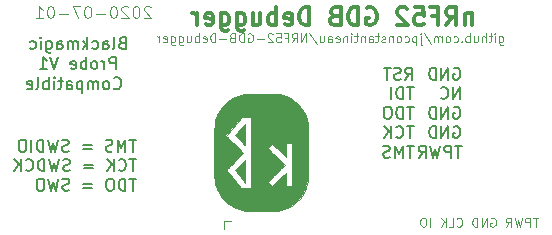
<source format=gbr>
G04 #@! TF.GenerationSoftware,KiCad,Pcbnew,(5.0.0)*
G04 #@! TF.CreationDate,2020-11-29T08:45:12-06:00*
G04 #@! TF.ProjectId,bmp,626D702E6B696361645F706362000000,rev?*
G04 #@! TF.SameCoordinates,Original*
G04 #@! TF.FileFunction,Legend,Bot*
G04 #@! TF.FilePolarity,Positive*
%FSLAX46Y46*%
G04 Gerber Fmt 4.6, Leading zero omitted, Abs format (unit mm)*
G04 Created by KiCad (PCBNEW (5.0.0)) date 11/29/20 08:45:12*
%MOMM*%
%LPD*%
G01*
G04 APERTURE LIST*
%ADD10C,0.100000*%
%ADD11C,0.200000*%
%ADD12C,0.150000*%
%ADD13C,0.300000*%
%ADD14C,0.120000*%
%ADD15C,0.010000*%
G04 APERTURE END LIST*
D10*
X67117714Y-28795285D02*
X67117714Y-29402428D01*
X67153428Y-29473857D01*
X67189142Y-29509571D01*
X67260571Y-29545285D01*
X67367714Y-29545285D01*
X67439142Y-29509571D01*
X67117714Y-29259571D02*
X67189142Y-29295285D01*
X67332000Y-29295285D01*
X67403428Y-29259571D01*
X67439142Y-29223857D01*
X67474857Y-29152428D01*
X67474857Y-28938142D01*
X67439142Y-28866714D01*
X67403428Y-28831000D01*
X67332000Y-28795285D01*
X67189142Y-28795285D01*
X67117714Y-28831000D01*
X66760571Y-29295285D02*
X66760571Y-28795285D01*
X66760571Y-28545285D02*
X66796285Y-28581000D01*
X66760571Y-28616714D01*
X66724857Y-28581000D01*
X66760571Y-28545285D01*
X66760571Y-28616714D01*
X66510571Y-28795285D02*
X66224857Y-28795285D01*
X66403428Y-28545285D02*
X66403428Y-29188142D01*
X66367714Y-29259571D01*
X66296285Y-29295285D01*
X66224857Y-29295285D01*
X65974857Y-29295285D02*
X65974857Y-28545285D01*
X65653428Y-29295285D02*
X65653428Y-28902428D01*
X65689142Y-28831000D01*
X65760571Y-28795285D01*
X65867714Y-28795285D01*
X65939142Y-28831000D01*
X65974857Y-28866714D01*
X64974857Y-28795285D02*
X64974857Y-29295285D01*
X65296285Y-28795285D02*
X65296285Y-29188142D01*
X65260571Y-29259571D01*
X65189142Y-29295285D01*
X65082000Y-29295285D01*
X65010571Y-29259571D01*
X64974857Y-29223857D01*
X64617714Y-29295285D02*
X64617714Y-28545285D01*
X64617714Y-28831000D02*
X64546285Y-28795285D01*
X64403428Y-28795285D01*
X64332000Y-28831000D01*
X64296285Y-28866714D01*
X64260571Y-28938142D01*
X64260571Y-29152428D01*
X64296285Y-29223857D01*
X64332000Y-29259571D01*
X64403428Y-29295285D01*
X64546285Y-29295285D01*
X64617714Y-29259571D01*
X63939142Y-29223857D02*
X63903428Y-29259571D01*
X63939142Y-29295285D01*
X63974857Y-29259571D01*
X63939142Y-29223857D01*
X63939142Y-29295285D01*
X63260571Y-29259571D02*
X63332000Y-29295285D01*
X63474857Y-29295285D01*
X63546285Y-29259571D01*
X63582000Y-29223857D01*
X63617714Y-29152428D01*
X63617714Y-28938142D01*
X63582000Y-28866714D01*
X63546285Y-28831000D01*
X63474857Y-28795285D01*
X63332000Y-28795285D01*
X63260571Y-28831000D01*
X62832000Y-29295285D02*
X62903428Y-29259571D01*
X62939142Y-29223857D01*
X62974857Y-29152428D01*
X62974857Y-28938142D01*
X62939142Y-28866714D01*
X62903428Y-28831000D01*
X62832000Y-28795285D01*
X62724857Y-28795285D01*
X62653428Y-28831000D01*
X62617714Y-28866714D01*
X62582000Y-28938142D01*
X62582000Y-29152428D01*
X62617714Y-29223857D01*
X62653428Y-29259571D01*
X62724857Y-29295285D01*
X62832000Y-29295285D01*
X62260571Y-29295285D02*
X62260571Y-28795285D01*
X62260571Y-28866714D02*
X62224857Y-28831000D01*
X62153428Y-28795285D01*
X62046285Y-28795285D01*
X61974857Y-28831000D01*
X61939142Y-28902428D01*
X61939142Y-29295285D01*
X61939142Y-28902428D02*
X61903428Y-28831000D01*
X61832000Y-28795285D01*
X61724857Y-28795285D01*
X61653428Y-28831000D01*
X61617714Y-28902428D01*
X61617714Y-29295285D01*
X60724857Y-28509571D02*
X61367714Y-29473857D01*
X60474857Y-28795285D02*
X60474857Y-29438142D01*
X60510571Y-29509571D01*
X60582000Y-29545285D01*
X60617714Y-29545285D01*
X60474857Y-28545285D02*
X60510571Y-28581000D01*
X60474857Y-28616714D01*
X60439142Y-28581000D01*
X60474857Y-28545285D01*
X60474857Y-28616714D01*
X60117714Y-28795285D02*
X60117714Y-29545285D01*
X60117714Y-28831000D02*
X60046285Y-28795285D01*
X59903428Y-28795285D01*
X59832000Y-28831000D01*
X59796285Y-28866714D01*
X59760571Y-28938142D01*
X59760571Y-29152428D01*
X59796285Y-29223857D01*
X59832000Y-29259571D01*
X59903428Y-29295285D01*
X60046285Y-29295285D01*
X60117714Y-29259571D01*
X59117714Y-29259571D02*
X59189142Y-29295285D01*
X59332000Y-29295285D01*
X59403428Y-29259571D01*
X59439142Y-29223857D01*
X59474857Y-29152428D01*
X59474857Y-28938142D01*
X59439142Y-28866714D01*
X59403428Y-28831000D01*
X59332000Y-28795285D01*
X59189142Y-28795285D01*
X59117714Y-28831000D01*
X58689142Y-29295285D02*
X58760571Y-29259571D01*
X58796285Y-29223857D01*
X58832000Y-29152428D01*
X58832000Y-28938142D01*
X58796285Y-28866714D01*
X58760571Y-28831000D01*
X58689142Y-28795285D01*
X58582000Y-28795285D01*
X58510571Y-28831000D01*
X58474857Y-28866714D01*
X58439142Y-28938142D01*
X58439142Y-29152428D01*
X58474857Y-29223857D01*
X58510571Y-29259571D01*
X58582000Y-29295285D01*
X58689142Y-29295285D01*
X58117714Y-28795285D02*
X58117714Y-29295285D01*
X58117714Y-28866714D02*
X58082000Y-28831000D01*
X58010571Y-28795285D01*
X57903428Y-28795285D01*
X57832000Y-28831000D01*
X57796285Y-28902428D01*
X57796285Y-29295285D01*
X57474857Y-29259571D02*
X57403428Y-29295285D01*
X57260571Y-29295285D01*
X57189142Y-29259571D01*
X57153428Y-29188142D01*
X57153428Y-29152428D01*
X57189142Y-29081000D01*
X57260571Y-29045285D01*
X57367714Y-29045285D01*
X57439142Y-29009571D01*
X57474857Y-28938142D01*
X57474857Y-28902428D01*
X57439142Y-28831000D01*
X57367714Y-28795285D01*
X57260571Y-28795285D01*
X57189142Y-28831000D01*
X56939142Y-28795285D02*
X56653428Y-28795285D01*
X56832000Y-28545285D02*
X56832000Y-29188142D01*
X56796285Y-29259571D01*
X56724857Y-29295285D01*
X56653428Y-29295285D01*
X56082000Y-29295285D02*
X56082000Y-28902428D01*
X56117714Y-28831000D01*
X56189142Y-28795285D01*
X56332000Y-28795285D01*
X56403428Y-28831000D01*
X56082000Y-29259571D02*
X56153428Y-29295285D01*
X56332000Y-29295285D01*
X56403428Y-29259571D01*
X56439142Y-29188142D01*
X56439142Y-29116714D01*
X56403428Y-29045285D01*
X56332000Y-29009571D01*
X56153428Y-29009571D01*
X56082000Y-28973857D01*
X55724857Y-28795285D02*
X55724857Y-29295285D01*
X55724857Y-28866714D02*
X55689142Y-28831000D01*
X55617714Y-28795285D01*
X55510571Y-28795285D01*
X55439142Y-28831000D01*
X55403428Y-28902428D01*
X55403428Y-29295285D01*
X55153428Y-28795285D02*
X54867714Y-28795285D01*
X55046285Y-28545285D02*
X55046285Y-29188142D01*
X55010571Y-29259571D01*
X54939142Y-29295285D01*
X54867714Y-29295285D01*
X54617714Y-29295285D02*
X54617714Y-28795285D01*
X54617714Y-28545285D02*
X54653428Y-28581000D01*
X54617714Y-28616714D01*
X54581999Y-28581000D01*
X54617714Y-28545285D01*
X54617714Y-28616714D01*
X54260571Y-28795285D02*
X54260571Y-29295285D01*
X54260571Y-28866714D02*
X54224857Y-28831000D01*
X54153428Y-28795285D01*
X54046285Y-28795285D01*
X53974857Y-28831000D01*
X53939142Y-28902428D01*
X53939142Y-29295285D01*
X53296285Y-29259571D02*
X53367714Y-29295285D01*
X53510571Y-29295285D01*
X53581999Y-29259571D01*
X53617714Y-29188142D01*
X53617714Y-28902428D01*
X53581999Y-28831000D01*
X53510571Y-28795285D01*
X53367714Y-28795285D01*
X53296285Y-28831000D01*
X53260571Y-28902428D01*
X53260571Y-28973857D01*
X53617714Y-29045285D01*
X52617714Y-29295285D02*
X52617714Y-28902428D01*
X52653428Y-28831000D01*
X52724857Y-28795285D01*
X52867714Y-28795285D01*
X52939142Y-28831000D01*
X52617714Y-29259571D02*
X52689142Y-29295285D01*
X52867714Y-29295285D01*
X52939142Y-29259571D01*
X52974857Y-29188142D01*
X52974857Y-29116714D01*
X52939142Y-29045285D01*
X52867714Y-29009571D01*
X52689142Y-29009571D01*
X52617714Y-28973857D01*
X51939142Y-28795285D02*
X51939142Y-29295285D01*
X52260571Y-28795285D02*
X52260571Y-29188142D01*
X52224857Y-29259571D01*
X52153428Y-29295285D01*
X52046285Y-29295285D01*
X51974857Y-29259571D01*
X51939142Y-29223857D01*
X51046285Y-28509571D02*
X51689142Y-29473857D01*
X50796285Y-29295285D02*
X50796285Y-28545285D01*
X50367714Y-29295285D01*
X50367714Y-28545285D01*
X49581999Y-29295285D02*
X49831999Y-28938142D01*
X50010571Y-29295285D02*
X50010571Y-28545285D01*
X49724857Y-28545285D01*
X49653428Y-28581000D01*
X49617714Y-28616714D01*
X49581999Y-28688142D01*
X49581999Y-28795285D01*
X49617714Y-28866714D01*
X49653428Y-28902428D01*
X49724857Y-28938142D01*
X50010571Y-28938142D01*
X49010571Y-28902428D02*
X49260571Y-28902428D01*
X49260571Y-29295285D02*
X49260571Y-28545285D01*
X48903428Y-28545285D01*
X48260571Y-28545285D02*
X48617714Y-28545285D01*
X48653428Y-28902428D01*
X48617714Y-28866714D01*
X48546285Y-28831000D01*
X48367714Y-28831000D01*
X48296285Y-28866714D01*
X48260571Y-28902428D01*
X48224857Y-28973857D01*
X48224857Y-29152428D01*
X48260571Y-29223857D01*
X48296285Y-29259571D01*
X48367714Y-29295285D01*
X48546285Y-29295285D01*
X48617714Y-29259571D01*
X48653428Y-29223857D01*
X47939142Y-28616714D02*
X47903428Y-28581000D01*
X47831999Y-28545285D01*
X47653428Y-28545285D01*
X47581999Y-28581000D01*
X47546285Y-28616714D01*
X47510571Y-28688142D01*
X47510571Y-28759571D01*
X47546285Y-28866714D01*
X47974857Y-29295285D01*
X47510571Y-29295285D01*
X47189142Y-29009571D02*
X46617714Y-29009571D01*
X45867714Y-28581000D02*
X45939142Y-28545285D01*
X46046285Y-28545285D01*
X46153428Y-28581000D01*
X46224857Y-28652428D01*
X46260571Y-28723857D01*
X46296285Y-28866714D01*
X46296285Y-28973857D01*
X46260571Y-29116714D01*
X46224857Y-29188142D01*
X46153428Y-29259571D01*
X46046285Y-29295285D01*
X45974857Y-29295285D01*
X45867714Y-29259571D01*
X45831999Y-29223857D01*
X45831999Y-28973857D01*
X45974857Y-28973857D01*
X45510571Y-29295285D02*
X45510571Y-28545285D01*
X45331999Y-28545285D01*
X45224857Y-28581000D01*
X45153428Y-28652428D01*
X45117714Y-28723857D01*
X45081999Y-28866714D01*
X45081999Y-28973857D01*
X45117714Y-29116714D01*
X45153428Y-29188142D01*
X45224857Y-29259571D01*
X45331999Y-29295285D01*
X45510571Y-29295285D01*
X44510571Y-28902428D02*
X44403428Y-28938142D01*
X44367714Y-28973857D01*
X44331999Y-29045285D01*
X44331999Y-29152428D01*
X44367714Y-29223857D01*
X44403428Y-29259571D01*
X44474857Y-29295285D01*
X44760571Y-29295285D01*
X44760571Y-28545285D01*
X44510571Y-28545285D01*
X44439142Y-28581000D01*
X44403428Y-28616714D01*
X44367714Y-28688142D01*
X44367714Y-28759571D01*
X44403428Y-28831000D01*
X44439142Y-28866714D01*
X44510571Y-28902428D01*
X44760571Y-28902428D01*
X44010571Y-29009571D02*
X43439142Y-29009571D01*
X43081999Y-29295285D02*
X43081999Y-28545285D01*
X42903428Y-28545285D01*
X42796285Y-28581000D01*
X42724857Y-28652428D01*
X42689142Y-28723857D01*
X42653428Y-28866714D01*
X42653428Y-28973857D01*
X42689142Y-29116714D01*
X42724857Y-29188142D01*
X42796285Y-29259571D01*
X42903428Y-29295285D01*
X43081999Y-29295285D01*
X42046285Y-29259571D02*
X42117714Y-29295285D01*
X42260571Y-29295285D01*
X42331999Y-29259571D01*
X42367714Y-29188142D01*
X42367714Y-28902428D01*
X42331999Y-28831000D01*
X42260571Y-28795285D01*
X42117714Y-28795285D01*
X42046285Y-28831000D01*
X42010571Y-28902428D01*
X42010571Y-28973857D01*
X42367714Y-29045285D01*
X41689142Y-29295285D02*
X41689142Y-28545285D01*
X41689142Y-28831000D02*
X41617714Y-28795285D01*
X41474857Y-28795285D01*
X41403428Y-28831000D01*
X41367714Y-28866714D01*
X41331999Y-28938142D01*
X41331999Y-29152428D01*
X41367714Y-29223857D01*
X41403428Y-29259571D01*
X41474857Y-29295285D01*
X41617714Y-29295285D01*
X41689142Y-29259571D01*
X40689142Y-28795285D02*
X40689142Y-29295285D01*
X41010571Y-28795285D02*
X41010571Y-29188142D01*
X40974857Y-29259571D01*
X40903428Y-29295285D01*
X40796285Y-29295285D01*
X40724857Y-29259571D01*
X40689142Y-29223857D01*
X40010571Y-28795285D02*
X40010571Y-29402428D01*
X40046285Y-29473857D01*
X40081999Y-29509571D01*
X40153428Y-29545285D01*
X40260571Y-29545285D01*
X40331999Y-29509571D01*
X40010571Y-29259571D02*
X40081999Y-29295285D01*
X40224857Y-29295285D01*
X40296285Y-29259571D01*
X40331999Y-29223857D01*
X40367714Y-29152428D01*
X40367714Y-28938142D01*
X40331999Y-28866714D01*
X40296285Y-28831000D01*
X40224857Y-28795285D01*
X40081999Y-28795285D01*
X40010571Y-28831000D01*
X39331999Y-28795285D02*
X39331999Y-29402428D01*
X39367714Y-29473857D01*
X39403428Y-29509571D01*
X39474857Y-29545285D01*
X39581999Y-29545285D01*
X39653428Y-29509571D01*
X39331999Y-29259571D02*
X39403428Y-29295285D01*
X39546285Y-29295285D01*
X39617714Y-29259571D01*
X39653428Y-29223857D01*
X39689142Y-29152428D01*
X39689142Y-28938142D01*
X39653428Y-28866714D01*
X39617714Y-28831000D01*
X39546285Y-28795285D01*
X39403428Y-28795285D01*
X39331999Y-28831000D01*
X38689142Y-29259571D02*
X38760571Y-29295285D01*
X38903428Y-29295285D01*
X38974857Y-29259571D01*
X39010571Y-29188142D01*
X39010571Y-28902428D01*
X38974857Y-28831000D01*
X38903428Y-28795285D01*
X38760571Y-28795285D01*
X38689142Y-28831000D01*
X38653428Y-28902428D01*
X38653428Y-28973857D01*
X39010571Y-29045285D01*
X38331999Y-29295285D02*
X38331999Y-28795285D01*
X38331999Y-28938142D02*
X38296285Y-28866714D01*
X38260571Y-28831000D01*
X38189142Y-28795285D01*
X38117714Y-28795285D01*
X70422857Y-44166285D02*
X69994285Y-44166285D01*
X70208571Y-44916285D02*
X70208571Y-44166285D01*
X69744285Y-44916285D02*
X69744285Y-44166285D01*
X69458571Y-44166285D01*
X69387142Y-44202000D01*
X69351428Y-44237714D01*
X69315714Y-44309142D01*
X69315714Y-44416285D01*
X69351428Y-44487714D01*
X69387142Y-44523428D01*
X69458571Y-44559142D01*
X69744285Y-44559142D01*
X69065714Y-44166285D02*
X68887142Y-44916285D01*
X68744285Y-44380571D01*
X68601428Y-44916285D01*
X68422857Y-44166285D01*
X67708571Y-44916285D02*
X67958571Y-44559142D01*
X68137142Y-44916285D02*
X68137142Y-44166285D01*
X67851428Y-44166285D01*
X67780000Y-44202000D01*
X67744285Y-44237714D01*
X67708571Y-44309142D01*
X67708571Y-44416285D01*
X67744285Y-44487714D01*
X67780000Y-44523428D01*
X67851428Y-44559142D01*
X68137142Y-44559142D01*
X66422857Y-44202000D02*
X66494285Y-44166285D01*
X66601428Y-44166285D01*
X66708571Y-44202000D01*
X66780000Y-44273428D01*
X66815714Y-44344857D01*
X66851428Y-44487714D01*
X66851428Y-44594857D01*
X66815714Y-44737714D01*
X66780000Y-44809142D01*
X66708571Y-44880571D01*
X66601428Y-44916285D01*
X66530000Y-44916285D01*
X66422857Y-44880571D01*
X66387142Y-44844857D01*
X66387142Y-44594857D01*
X66530000Y-44594857D01*
X66065714Y-44916285D02*
X66065714Y-44166285D01*
X65637142Y-44916285D01*
X65637142Y-44166285D01*
X65280000Y-44916285D02*
X65280000Y-44166285D01*
X65101428Y-44166285D01*
X64994285Y-44202000D01*
X64922857Y-44273428D01*
X64887142Y-44344857D01*
X64851428Y-44487714D01*
X64851428Y-44594857D01*
X64887142Y-44737714D01*
X64922857Y-44809142D01*
X64994285Y-44880571D01*
X65101428Y-44916285D01*
X65280000Y-44916285D01*
X63530000Y-44844857D02*
X63565714Y-44880571D01*
X63672857Y-44916285D01*
X63744285Y-44916285D01*
X63851428Y-44880571D01*
X63922857Y-44809142D01*
X63958571Y-44737714D01*
X63994285Y-44594857D01*
X63994285Y-44487714D01*
X63958571Y-44344857D01*
X63922857Y-44273428D01*
X63851428Y-44202000D01*
X63744285Y-44166285D01*
X63672857Y-44166285D01*
X63565714Y-44202000D01*
X63530000Y-44237714D01*
X62851428Y-44916285D02*
X63208571Y-44916285D01*
X63208571Y-44166285D01*
X62601428Y-44916285D02*
X62601428Y-44166285D01*
X62172857Y-44916285D02*
X62494285Y-44487714D01*
X62172857Y-44166285D02*
X62601428Y-44594857D01*
X61280000Y-44916285D02*
X61280000Y-44166285D01*
X60780000Y-44166285D02*
X60637142Y-44166285D01*
X60565714Y-44202000D01*
X60494285Y-44273428D01*
X60458571Y-44416285D01*
X60458571Y-44666285D01*
X60494285Y-44809142D01*
X60565714Y-44880571D01*
X60637142Y-44916285D01*
X60780000Y-44916285D01*
X60851428Y-44880571D01*
X60922857Y-44809142D01*
X60958571Y-44666285D01*
X60958571Y-44416285D01*
X60922857Y-44273428D01*
X60851428Y-44202000D01*
X60780000Y-44166285D01*
X37623142Y-26344619D02*
X37575523Y-26297000D01*
X37480285Y-26249380D01*
X37242190Y-26249380D01*
X37146952Y-26297000D01*
X37099333Y-26344619D01*
X37051714Y-26439857D01*
X37051714Y-26535095D01*
X37099333Y-26677952D01*
X37670761Y-27249380D01*
X37051714Y-27249380D01*
X36432666Y-26249380D02*
X36337428Y-26249380D01*
X36242190Y-26297000D01*
X36194571Y-26344619D01*
X36146952Y-26439857D01*
X36099333Y-26630333D01*
X36099333Y-26868428D01*
X36146952Y-27058904D01*
X36194571Y-27154142D01*
X36242190Y-27201761D01*
X36337428Y-27249380D01*
X36432666Y-27249380D01*
X36527904Y-27201761D01*
X36575523Y-27154142D01*
X36623142Y-27058904D01*
X36670761Y-26868428D01*
X36670761Y-26630333D01*
X36623142Y-26439857D01*
X36575523Y-26344619D01*
X36527904Y-26297000D01*
X36432666Y-26249380D01*
X35718380Y-26344619D02*
X35670761Y-26297000D01*
X35575523Y-26249380D01*
X35337428Y-26249380D01*
X35242190Y-26297000D01*
X35194571Y-26344619D01*
X35146952Y-26439857D01*
X35146952Y-26535095D01*
X35194571Y-26677952D01*
X35766000Y-27249380D01*
X35146952Y-27249380D01*
X34527904Y-26249380D02*
X34432666Y-26249380D01*
X34337428Y-26297000D01*
X34289809Y-26344619D01*
X34242190Y-26439857D01*
X34194571Y-26630333D01*
X34194571Y-26868428D01*
X34242190Y-27058904D01*
X34289809Y-27154142D01*
X34337428Y-27201761D01*
X34432666Y-27249380D01*
X34527904Y-27249380D01*
X34623142Y-27201761D01*
X34670761Y-27154142D01*
X34718380Y-27058904D01*
X34766000Y-26868428D01*
X34766000Y-26630333D01*
X34718380Y-26439857D01*
X34670761Y-26344619D01*
X34623142Y-26297000D01*
X34527904Y-26249380D01*
X33766000Y-26868428D02*
X33004095Y-26868428D01*
X32337428Y-26249380D02*
X32242190Y-26249380D01*
X32146952Y-26297000D01*
X32099333Y-26344619D01*
X32051714Y-26439857D01*
X32004095Y-26630333D01*
X32004095Y-26868428D01*
X32051714Y-27058904D01*
X32099333Y-27154142D01*
X32146952Y-27201761D01*
X32242190Y-27249380D01*
X32337428Y-27249380D01*
X32432666Y-27201761D01*
X32480285Y-27154142D01*
X32527904Y-27058904D01*
X32575523Y-26868428D01*
X32575523Y-26630333D01*
X32527904Y-26439857D01*
X32480285Y-26344619D01*
X32432666Y-26297000D01*
X32337428Y-26249380D01*
X31670761Y-26249380D02*
X31004095Y-26249380D01*
X31432666Y-27249380D01*
X30623142Y-26868428D02*
X29861238Y-26868428D01*
X29194571Y-26249380D02*
X29099333Y-26249380D01*
X29004095Y-26297000D01*
X28956476Y-26344619D01*
X28908857Y-26439857D01*
X28861238Y-26630333D01*
X28861238Y-26868428D01*
X28908857Y-27058904D01*
X28956476Y-27154142D01*
X29004095Y-27201761D01*
X29099333Y-27249380D01*
X29194571Y-27249380D01*
X29289809Y-27201761D01*
X29337428Y-27154142D01*
X29385047Y-27058904D01*
X29432666Y-26868428D01*
X29432666Y-26630333D01*
X29385047Y-26439857D01*
X29337428Y-26344619D01*
X29289809Y-26297000D01*
X29194571Y-26249380D01*
X27908857Y-27249380D02*
X28480285Y-27249380D01*
X28194571Y-27249380D02*
X28194571Y-26249380D01*
X28289809Y-26392238D01*
X28385047Y-26487476D01*
X28480285Y-26535095D01*
D11*
X35210238Y-29343571D02*
X35067380Y-29391190D01*
X35019761Y-29438809D01*
X34972142Y-29534047D01*
X34972142Y-29676904D01*
X35019761Y-29772142D01*
X35067380Y-29819761D01*
X35162619Y-29867380D01*
X35543571Y-29867380D01*
X35543571Y-28867380D01*
X35210238Y-28867380D01*
X35115000Y-28915000D01*
X35067380Y-28962619D01*
X35019761Y-29057857D01*
X35019761Y-29153095D01*
X35067380Y-29248333D01*
X35115000Y-29295952D01*
X35210238Y-29343571D01*
X35543571Y-29343571D01*
X34400714Y-29867380D02*
X34495952Y-29819761D01*
X34543571Y-29724523D01*
X34543571Y-28867380D01*
X33591190Y-29867380D02*
X33591190Y-29343571D01*
X33638809Y-29248333D01*
X33734047Y-29200714D01*
X33924523Y-29200714D01*
X34019761Y-29248333D01*
X33591190Y-29819761D02*
X33686428Y-29867380D01*
X33924523Y-29867380D01*
X34019761Y-29819761D01*
X34067380Y-29724523D01*
X34067380Y-29629285D01*
X34019761Y-29534047D01*
X33924523Y-29486428D01*
X33686428Y-29486428D01*
X33591190Y-29438809D01*
X32686428Y-29819761D02*
X32781666Y-29867380D01*
X32972142Y-29867380D01*
X33067380Y-29819761D01*
X33115000Y-29772142D01*
X33162619Y-29676904D01*
X33162619Y-29391190D01*
X33115000Y-29295952D01*
X33067380Y-29248333D01*
X32972142Y-29200714D01*
X32781666Y-29200714D01*
X32686428Y-29248333D01*
X32257857Y-29867380D02*
X32257857Y-28867380D01*
X32162619Y-29486428D02*
X31876904Y-29867380D01*
X31876904Y-29200714D02*
X32257857Y-29581666D01*
X31448333Y-29867380D02*
X31448333Y-29200714D01*
X31448333Y-29295952D02*
X31400714Y-29248333D01*
X31305476Y-29200714D01*
X31162619Y-29200714D01*
X31067380Y-29248333D01*
X31019761Y-29343571D01*
X31019761Y-29867380D01*
X31019761Y-29343571D02*
X30972142Y-29248333D01*
X30876904Y-29200714D01*
X30734047Y-29200714D01*
X30638809Y-29248333D01*
X30591190Y-29343571D01*
X30591190Y-29867380D01*
X29686428Y-29867380D02*
X29686428Y-29343571D01*
X29734047Y-29248333D01*
X29829285Y-29200714D01*
X30019761Y-29200714D01*
X30115000Y-29248333D01*
X29686428Y-29819761D02*
X29781666Y-29867380D01*
X30019761Y-29867380D01*
X30115000Y-29819761D01*
X30162619Y-29724523D01*
X30162619Y-29629285D01*
X30115000Y-29534047D01*
X30019761Y-29486428D01*
X29781666Y-29486428D01*
X29686428Y-29438809D01*
X28781666Y-29200714D02*
X28781666Y-30010238D01*
X28829285Y-30105476D01*
X28876904Y-30153095D01*
X28972142Y-30200714D01*
X29115000Y-30200714D01*
X29210238Y-30153095D01*
X28781666Y-29819761D02*
X28876904Y-29867380D01*
X29067380Y-29867380D01*
X29162619Y-29819761D01*
X29210238Y-29772142D01*
X29257857Y-29676904D01*
X29257857Y-29391190D01*
X29210238Y-29295952D01*
X29162619Y-29248333D01*
X29067380Y-29200714D01*
X28876904Y-29200714D01*
X28781666Y-29248333D01*
X28305476Y-29867380D02*
X28305476Y-29200714D01*
X28305476Y-28867380D02*
X28353095Y-28915000D01*
X28305476Y-28962619D01*
X28257857Y-28915000D01*
X28305476Y-28867380D01*
X28305476Y-28962619D01*
X27400714Y-29819761D02*
X27495952Y-29867380D01*
X27686428Y-29867380D01*
X27781666Y-29819761D01*
X27829285Y-29772142D01*
X27876904Y-29676904D01*
X27876904Y-29391190D01*
X27829285Y-29295952D01*
X27781666Y-29248333D01*
X27686428Y-29200714D01*
X27495952Y-29200714D01*
X27400714Y-29248333D01*
X34686428Y-31567380D02*
X34686428Y-30567380D01*
X34305476Y-30567380D01*
X34210238Y-30615000D01*
X34162619Y-30662619D01*
X34115000Y-30757857D01*
X34115000Y-30900714D01*
X34162619Y-30995952D01*
X34210238Y-31043571D01*
X34305476Y-31091190D01*
X34686428Y-31091190D01*
X33686428Y-31567380D02*
X33686428Y-30900714D01*
X33686428Y-31091190D02*
X33638809Y-30995952D01*
X33591190Y-30948333D01*
X33495952Y-30900714D01*
X33400714Y-30900714D01*
X32924523Y-31567380D02*
X33019761Y-31519761D01*
X33067380Y-31472142D01*
X33115000Y-31376904D01*
X33115000Y-31091190D01*
X33067380Y-30995952D01*
X33019761Y-30948333D01*
X32924523Y-30900714D01*
X32781666Y-30900714D01*
X32686428Y-30948333D01*
X32638809Y-30995952D01*
X32591190Y-31091190D01*
X32591190Y-31376904D01*
X32638809Y-31472142D01*
X32686428Y-31519761D01*
X32781666Y-31567380D01*
X32924523Y-31567380D01*
X32162619Y-31567380D02*
X32162619Y-30567380D01*
X32162619Y-30948333D02*
X32067380Y-30900714D01*
X31876904Y-30900714D01*
X31781666Y-30948333D01*
X31734047Y-30995952D01*
X31686428Y-31091190D01*
X31686428Y-31376904D01*
X31734047Y-31472142D01*
X31781666Y-31519761D01*
X31876904Y-31567380D01*
X32067380Y-31567380D01*
X32162619Y-31519761D01*
X30876904Y-31519761D02*
X30972142Y-31567380D01*
X31162619Y-31567380D01*
X31257857Y-31519761D01*
X31305476Y-31424523D01*
X31305476Y-31043571D01*
X31257857Y-30948333D01*
X31162619Y-30900714D01*
X30972142Y-30900714D01*
X30876904Y-30948333D01*
X30829285Y-31043571D01*
X30829285Y-31138809D01*
X31305476Y-31234047D01*
X29781666Y-30567380D02*
X29448333Y-31567380D01*
X29115000Y-30567380D01*
X28257857Y-31567380D02*
X28829285Y-31567380D01*
X28543571Y-31567380D02*
X28543571Y-30567380D01*
X28638809Y-30710238D01*
X28734047Y-30805476D01*
X28829285Y-30853095D01*
X34495952Y-33172142D02*
X34543571Y-33219761D01*
X34686428Y-33267380D01*
X34781666Y-33267380D01*
X34924523Y-33219761D01*
X35019761Y-33124523D01*
X35067380Y-33029285D01*
X35115000Y-32838809D01*
X35115000Y-32695952D01*
X35067380Y-32505476D01*
X35019761Y-32410238D01*
X34924523Y-32315000D01*
X34781666Y-32267380D01*
X34686428Y-32267380D01*
X34543571Y-32315000D01*
X34495952Y-32362619D01*
X33924523Y-33267380D02*
X34019761Y-33219761D01*
X34067380Y-33172142D01*
X34115000Y-33076904D01*
X34115000Y-32791190D01*
X34067380Y-32695952D01*
X34019761Y-32648333D01*
X33924523Y-32600714D01*
X33781666Y-32600714D01*
X33686428Y-32648333D01*
X33638809Y-32695952D01*
X33591190Y-32791190D01*
X33591190Y-33076904D01*
X33638809Y-33172142D01*
X33686428Y-33219761D01*
X33781666Y-33267380D01*
X33924523Y-33267380D01*
X33162619Y-33267380D02*
X33162619Y-32600714D01*
X33162619Y-32695952D02*
X33115000Y-32648333D01*
X33019761Y-32600714D01*
X32876904Y-32600714D01*
X32781666Y-32648333D01*
X32734047Y-32743571D01*
X32734047Y-33267380D01*
X32734047Y-32743571D02*
X32686428Y-32648333D01*
X32591190Y-32600714D01*
X32448333Y-32600714D01*
X32353095Y-32648333D01*
X32305476Y-32743571D01*
X32305476Y-33267380D01*
X31829285Y-32600714D02*
X31829285Y-33600714D01*
X31829285Y-32648333D02*
X31734047Y-32600714D01*
X31543571Y-32600714D01*
X31448333Y-32648333D01*
X31400714Y-32695952D01*
X31353095Y-32791190D01*
X31353095Y-33076904D01*
X31400714Y-33172142D01*
X31448333Y-33219761D01*
X31543571Y-33267380D01*
X31734047Y-33267380D01*
X31829285Y-33219761D01*
X30495952Y-33267380D02*
X30495952Y-32743571D01*
X30543571Y-32648333D01*
X30638809Y-32600714D01*
X30829285Y-32600714D01*
X30924523Y-32648333D01*
X30495952Y-33219761D02*
X30591190Y-33267380D01*
X30829285Y-33267380D01*
X30924523Y-33219761D01*
X30972142Y-33124523D01*
X30972142Y-33029285D01*
X30924523Y-32934047D01*
X30829285Y-32886428D01*
X30591190Y-32886428D01*
X30495952Y-32838809D01*
X30162619Y-32600714D02*
X29781666Y-32600714D01*
X30019761Y-32267380D02*
X30019761Y-33124523D01*
X29972142Y-33219761D01*
X29876904Y-33267380D01*
X29781666Y-33267380D01*
X29448333Y-33267380D02*
X29448333Y-32600714D01*
X29448333Y-32267380D02*
X29495952Y-32315000D01*
X29448333Y-32362619D01*
X29400714Y-32315000D01*
X29448333Y-32267380D01*
X29448333Y-32362619D01*
X28972142Y-33267380D02*
X28972142Y-32267380D01*
X28972142Y-32648333D02*
X28876904Y-32600714D01*
X28686428Y-32600714D01*
X28591190Y-32648333D01*
X28543571Y-32695952D01*
X28495952Y-32791190D01*
X28495952Y-33076904D01*
X28543571Y-33172142D01*
X28591190Y-33219761D01*
X28686428Y-33267380D01*
X28876904Y-33267380D01*
X28972142Y-33219761D01*
X27924523Y-33267380D02*
X28019761Y-33219761D01*
X28067380Y-33124523D01*
X28067380Y-32267380D01*
X27162619Y-33219761D02*
X27257857Y-33267380D01*
X27448333Y-33267380D01*
X27543571Y-33219761D01*
X27591190Y-33124523D01*
X27591190Y-32743571D01*
X27543571Y-32648333D01*
X27448333Y-32600714D01*
X27257857Y-32600714D01*
X27162619Y-32648333D01*
X27115000Y-32743571D01*
X27115000Y-32838809D01*
X27591190Y-32934047D01*
D12*
X36383261Y-37553380D02*
X35811833Y-37553380D01*
X36097547Y-38553380D02*
X36097547Y-37553380D01*
X35478500Y-38553380D02*
X35478500Y-37553380D01*
X35145166Y-38267666D01*
X34811833Y-37553380D01*
X34811833Y-38553380D01*
X34383261Y-38505761D02*
X34240404Y-38553380D01*
X34002309Y-38553380D01*
X33907071Y-38505761D01*
X33859452Y-38458142D01*
X33811833Y-38362904D01*
X33811833Y-38267666D01*
X33859452Y-38172428D01*
X33907071Y-38124809D01*
X34002309Y-38077190D01*
X34192785Y-38029571D01*
X34288023Y-37981952D01*
X34335642Y-37934333D01*
X34383261Y-37839095D01*
X34383261Y-37743857D01*
X34335642Y-37648619D01*
X34288023Y-37601000D01*
X34192785Y-37553380D01*
X33954690Y-37553380D01*
X33811833Y-37601000D01*
X32621357Y-38029571D02*
X31859452Y-38029571D01*
X31859452Y-38315285D02*
X32621357Y-38315285D01*
X30668976Y-38505761D02*
X30526119Y-38553380D01*
X30288023Y-38553380D01*
X30192785Y-38505761D01*
X30145166Y-38458142D01*
X30097547Y-38362904D01*
X30097547Y-38267666D01*
X30145166Y-38172428D01*
X30192785Y-38124809D01*
X30288023Y-38077190D01*
X30478500Y-38029571D01*
X30573738Y-37981952D01*
X30621357Y-37934333D01*
X30668976Y-37839095D01*
X30668976Y-37743857D01*
X30621357Y-37648619D01*
X30573738Y-37601000D01*
X30478500Y-37553380D01*
X30240404Y-37553380D01*
X30097547Y-37601000D01*
X29764214Y-37553380D02*
X29526119Y-38553380D01*
X29335642Y-37839095D01*
X29145166Y-38553380D01*
X28907071Y-37553380D01*
X28526119Y-38553380D02*
X28526119Y-37553380D01*
X28288023Y-37553380D01*
X28145166Y-37601000D01*
X28049928Y-37696238D01*
X28002309Y-37791476D01*
X27954690Y-37981952D01*
X27954690Y-38124809D01*
X28002309Y-38315285D01*
X28049928Y-38410523D01*
X28145166Y-38505761D01*
X28288023Y-38553380D01*
X28526119Y-38553380D01*
X27526119Y-38553380D02*
X27526119Y-37553380D01*
X26859452Y-37553380D02*
X26668976Y-37553380D01*
X26573738Y-37601000D01*
X26478500Y-37696238D01*
X26430880Y-37886714D01*
X26430880Y-38220047D01*
X26478500Y-38410523D01*
X26573738Y-38505761D01*
X26668976Y-38553380D01*
X26859452Y-38553380D01*
X26954690Y-38505761D01*
X27049928Y-38410523D01*
X27097547Y-38220047D01*
X27097547Y-37886714D01*
X27049928Y-37696238D01*
X26954690Y-37601000D01*
X26859452Y-37553380D01*
X36383261Y-39203380D02*
X35811833Y-39203380D01*
X36097547Y-40203380D02*
X36097547Y-39203380D01*
X34907071Y-40108142D02*
X34954690Y-40155761D01*
X35097547Y-40203380D01*
X35192785Y-40203380D01*
X35335642Y-40155761D01*
X35430880Y-40060523D01*
X35478500Y-39965285D01*
X35526119Y-39774809D01*
X35526119Y-39631952D01*
X35478500Y-39441476D01*
X35430880Y-39346238D01*
X35335642Y-39251000D01*
X35192785Y-39203380D01*
X35097547Y-39203380D01*
X34954690Y-39251000D01*
X34907071Y-39298619D01*
X34478500Y-40203380D02*
X34478500Y-39203380D01*
X33907071Y-40203380D02*
X34335642Y-39631952D01*
X33907071Y-39203380D02*
X34478500Y-39774809D01*
X32716595Y-39679571D02*
X31954690Y-39679571D01*
X31954690Y-39965285D02*
X32716595Y-39965285D01*
X30764214Y-40155761D02*
X30621357Y-40203380D01*
X30383261Y-40203380D01*
X30288023Y-40155761D01*
X30240404Y-40108142D01*
X30192785Y-40012904D01*
X30192785Y-39917666D01*
X30240404Y-39822428D01*
X30288023Y-39774809D01*
X30383261Y-39727190D01*
X30573738Y-39679571D01*
X30668976Y-39631952D01*
X30716595Y-39584333D01*
X30764214Y-39489095D01*
X30764214Y-39393857D01*
X30716595Y-39298619D01*
X30668976Y-39251000D01*
X30573738Y-39203380D01*
X30335642Y-39203380D01*
X30192785Y-39251000D01*
X29859452Y-39203380D02*
X29621357Y-40203380D01*
X29430880Y-39489095D01*
X29240404Y-40203380D01*
X29002309Y-39203380D01*
X28621357Y-40203380D02*
X28621357Y-39203380D01*
X28383261Y-39203380D01*
X28240404Y-39251000D01*
X28145166Y-39346238D01*
X28097547Y-39441476D01*
X28049928Y-39631952D01*
X28049928Y-39774809D01*
X28097547Y-39965285D01*
X28145166Y-40060523D01*
X28240404Y-40155761D01*
X28383261Y-40203380D01*
X28621357Y-40203380D01*
X27049928Y-40108142D02*
X27097547Y-40155761D01*
X27240404Y-40203380D01*
X27335642Y-40203380D01*
X27478500Y-40155761D01*
X27573738Y-40060523D01*
X27621357Y-39965285D01*
X27668976Y-39774809D01*
X27668976Y-39631952D01*
X27621357Y-39441476D01*
X27573738Y-39346238D01*
X27478500Y-39251000D01*
X27335642Y-39203380D01*
X27240404Y-39203380D01*
X27097547Y-39251000D01*
X27049928Y-39298619D01*
X26621357Y-40203380D02*
X26621357Y-39203380D01*
X26049928Y-40203380D02*
X26478500Y-39631952D01*
X26049928Y-39203380D02*
X26621357Y-39774809D01*
X36383261Y-40853380D02*
X35811833Y-40853380D01*
X36097547Y-41853380D02*
X36097547Y-40853380D01*
X35478500Y-41853380D02*
X35478500Y-40853380D01*
X35240404Y-40853380D01*
X35097547Y-40901000D01*
X35002309Y-40996238D01*
X34954690Y-41091476D01*
X34907071Y-41281952D01*
X34907071Y-41424809D01*
X34954690Y-41615285D01*
X35002309Y-41710523D01*
X35097547Y-41805761D01*
X35240404Y-41853380D01*
X35478500Y-41853380D01*
X34288023Y-40853380D02*
X34097547Y-40853380D01*
X34002309Y-40901000D01*
X33907071Y-40996238D01*
X33859452Y-41186714D01*
X33859452Y-41520047D01*
X33907071Y-41710523D01*
X34002309Y-41805761D01*
X34097547Y-41853380D01*
X34288023Y-41853380D01*
X34383261Y-41805761D01*
X34478500Y-41710523D01*
X34526119Y-41520047D01*
X34526119Y-41186714D01*
X34478500Y-40996238D01*
X34383261Y-40901000D01*
X34288023Y-40853380D01*
X32668976Y-41329571D02*
X31907071Y-41329571D01*
X31907071Y-41615285D02*
X32668976Y-41615285D01*
X30716595Y-41805761D02*
X30573738Y-41853380D01*
X30335642Y-41853380D01*
X30240404Y-41805761D01*
X30192785Y-41758142D01*
X30145166Y-41662904D01*
X30145166Y-41567666D01*
X30192785Y-41472428D01*
X30240404Y-41424809D01*
X30335642Y-41377190D01*
X30526119Y-41329571D01*
X30621357Y-41281952D01*
X30668976Y-41234333D01*
X30716595Y-41139095D01*
X30716595Y-41043857D01*
X30668976Y-40948619D01*
X30621357Y-40901000D01*
X30526119Y-40853380D01*
X30288023Y-40853380D01*
X30145166Y-40901000D01*
X29811833Y-40853380D02*
X29573738Y-41853380D01*
X29383261Y-41139095D01*
X29192785Y-41853380D01*
X28954690Y-40853380D01*
X28383261Y-40853380D02*
X28192785Y-40853380D01*
X28097547Y-40901000D01*
X28002309Y-40996238D01*
X27954690Y-41186714D01*
X27954690Y-41520047D01*
X28002309Y-41710523D01*
X28097547Y-41805761D01*
X28192785Y-41853380D01*
X28383261Y-41853380D01*
X28478500Y-41805761D01*
X28573738Y-41710523D01*
X28621357Y-41520047D01*
X28621357Y-41186714D01*
X28573738Y-40996238D01*
X28478500Y-40901000D01*
X28383261Y-40853380D01*
X63275595Y-31506000D02*
X63370833Y-31458380D01*
X63513690Y-31458380D01*
X63656547Y-31506000D01*
X63751785Y-31601238D01*
X63799404Y-31696476D01*
X63847023Y-31886952D01*
X63847023Y-32029809D01*
X63799404Y-32220285D01*
X63751785Y-32315523D01*
X63656547Y-32410761D01*
X63513690Y-32458380D01*
X63418452Y-32458380D01*
X63275595Y-32410761D01*
X63227976Y-32363142D01*
X63227976Y-32029809D01*
X63418452Y-32029809D01*
X62799404Y-32458380D02*
X62799404Y-31458380D01*
X62227976Y-32458380D01*
X62227976Y-31458380D01*
X61751785Y-32458380D02*
X61751785Y-31458380D01*
X61513690Y-31458380D01*
X61370833Y-31506000D01*
X61275595Y-31601238D01*
X61227976Y-31696476D01*
X61180357Y-31886952D01*
X61180357Y-32029809D01*
X61227976Y-32220285D01*
X61275595Y-32315523D01*
X61370833Y-32410761D01*
X61513690Y-32458380D01*
X61751785Y-32458380D01*
X63799404Y-34108380D02*
X63799404Y-33108380D01*
X63227976Y-34108380D01*
X63227976Y-33108380D01*
X62180357Y-34013142D02*
X62227976Y-34060761D01*
X62370833Y-34108380D01*
X62466071Y-34108380D01*
X62608928Y-34060761D01*
X62704166Y-33965523D01*
X62751785Y-33870285D01*
X62799404Y-33679809D01*
X62799404Y-33536952D01*
X62751785Y-33346476D01*
X62704166Y-33251238D01*
X62608928Y-33156000D01*
X62466071Y-33108380D01*
X62370833Y-33108380D01*
X62227976Y-33156000D01*
X62180357Y-33203619D01*
X63275595Y-34806000D02*
X63370833Y-34758380D01*
X63513690Y-34758380D01*
X63656547Y-34806000D01*
X63751785Y-34901238D01*
X63799404Y-34996476D01*
X63847023Y-35186952D01*
X63847023Y-35329809D01*
X63799404Y-35520285D01*
X63751785Y-35615523D01*
X63656547Y-35710761D01*
X63513690Y-35758380D01*
X63418452Y-35758380D01*
X63275595Y-35710761D01*
X63227976Y-35663142D01*
X63227976Y-35329809D01*
X63418452Y-35329809D01*
X62799404Y-35758380D02*
X62799404Y-34758380D01*
X62227976Y-35758380D01*
X62227976Y-34758380D01*
X61751785Y-35758380D02*
X61751785Y-34758380D01*
X61513690Y-34758380D01*
X61370833Y-34806000D01*
X61275595Y-34901238D01*
X61227976Y-34996476D01*
X61180357Y-35186952D01*
X61180357Y-35329809D01*
X61227976Y-35520285D01*
X61275595Y-35615523D01*
X61370833Y-35710761D01*
X61513690Y-35758380D01*
X61751785Y-35758380D01*
X63275595Y-36456000D02*
X63370833Y-36408380D01*
X63513690Y-36408380D01*
X63656547Y-36456000D01*
X63751785Y-36551238D01*
X63799404Y-36646476D01*
X63847023Y-36836952D01*
X63847023Y-36979809D01*
X63799404Y-37170285D01*
X63751785Y-37265523D01*
X63656547Y-37360761D01*
X63513690Y-37408380D01*
X63418452Y-37408380D01*
X63275595Y-37360761D01*
X63227976Y-37313142D01*
X63227976Y-36979809D01*
X63418452Y-36979809D01*
X62799404Y-37408380D02*
X62799404Y-36408380D01*
X62227976Y-37408380D01*
X62227976Y-36408380D01*
X61751785Y-37408380D02*
X61751785Y-36408380D01*
X61513690Y-36408380D01*
X61370833Y-36456000D01*
X61275595Y-36551238D01*
X61227976Y-36646476D01*
X61180357Y-36836952D01*
X61180357Y-36979809D01*
X61227976Y-37170285D01*
X61275595Y-37265523D01*
X61370833Y-37360761D01*
X61513690Y-37408380D01*
X61751785Y-37408380D01*
X63942261Y-38058380D02*
X63370833Y-38058380D01*
X63656547Y-39058380D02*
X63656547Y-38058380D01*
X63037500Y-39058380D02*
X63037500Y-38058380D01*
X62656547Y-38058380D01*
X62561309Y-38106000D01*
X62513690Y-38153619D01*
X62466071Y-38248857D01*
X62466071Y-38391714D01*
X62513690Y-38486952D01*
X62561309Y-38534571D01*
X62656547Y-38582190D01*
X63037500Y-38582190D01*
X62132738Y-38058380D02*
X61894642Y-39058380D01*
X61704166Y-38344095D01*
X61513690Y-39058380D01*
X61275595Y-38058380D01*
X60323214Y-39058380D02*
X60656547Y-38582190D01*
X60894642Y-39058380D02*
X60894642Y-38058380D01*
X60513690Y-38058380D01*
X60418452Y-38106000D01*
X60370833Y-38153619D01*
X60323214Y-38248857D01*
X60323214Y-38391714D01*
X60370833Y-38486952D01*
X60418452Y-38534571D01*
X60513690Y-38582190D01*
X60894642Y-38582190D01*
X59163976Y-32458380D02*
X59497309Y-31982190D01*
X59735404Y-32458380D02*
X59735404Y-31458380D01*
X59354452Y-31458380D01*
X59259214Y-31506000D01*
X59211595Y-31553619D01*
X59163976Y-31648857D01*
X59163976Y-31791714D01*
X59211595Y-31886952D01*
X59259214Y-31934571D01*
X59354452Y-31982190D01*
X59735404Y-31982190D01*
X58783023Y-32410761D02*
X58640166Y-32458380D01*
X58402071Y-32458380D01*
X58306833Y-32410761D01*
X58259214Y-32363142D01*
X58211595Y-32267904D01*
X58211595Y-32172666D01*
X58259214Y-32077428D01*
X58306833Y-32029809D01*
X58402071Y-31982190D01*
X58592547Y-31934571D01*
X58687785Y-31886952D01*
X58735404Y-31839333D01*
X58783023Y-31744095D01*
X58783023Y-31648857D01*
X58735404Y-31553619D01*
X58687785Y-31506000D01*
X58592547Y-31458380D01*
X58354452Y-31458380D01*
X58211595Y-31506000D01*
X57925880Y-31458380D02*
X57354452Y-31458380D01*
X57640166Y-32458380D02*
X57640166Y-31458380D01*
X59878261Y-33108380D02*
X59306833Y-33108380D01*
X59592547Y-34108380D02*
X59592547Y-33108380D01*
X58973500Y-34108380D02*
X58973500Y-33108380D01*
X58735404Y-33108380D01*
X58592547Y-33156000D01*
X58497309Y-33251238D01*
X58449690Y-33346476D01*
X58402071Y-33536952D01*
X58402071Y-33679809D01*
X58449690Y-33870285D01*
X58497309Y-33965523D01*
X58592547Y-34060761D01*
X58735404Y-34108380D01*
X58973500Y-34108380D01*
X57973500Y-34108380D02*
X57973500Y-33108380D01*
X59878261Y-34758380D02*
X59306833Y-34758380D01*
X59592547Y-35758380D02*
X59592547Y-34758380D01*
X58973500Y-35758380D02*
X58973500Y-34758380D01*
X58735404Y-34758380D01*
X58592547Y-34806000D01*
X58497309Y-34901238D01*
X58449690Y-34996476D01*
X58402071Y-35186952D01*
X58402071Y-35329809D01*
X58449690Y-35520285D01*
X58497309Y-35615523D01*
X58592547Y-35710761D01*
X58735404Y-35758380D01*
X58973500Y-35758380D01*
X57783023Y-34758380D02*
X57592547Y-34758380D01*
X57497309Y-34806000D01*
X57402071Y-34901238D01*
X57354452Y-35091714D01*
X57354452Y-35425047D01*
X57402071Y-35615523D01*
X57497309Y-35710761D01*
X57592547Y-35758380D01*
X57783023Y-35758380D01*
X57878261Y-35710761D01*
X57973500Y-35615523D01*
X58021119Y-35425047D01*
X58021119Y-35091714D01*
X57973500Y-34901238D01*
X57878261Y-34806000D01*
X57783023Y-34758380D01*
X59878261Y-36408380D02*
X59306833Y-36408380D01*
X59592547Y-37408380D02*
X59592547Y-36408380D01*
X58402071Y-37313142D02*
X58449690Y-37360761D01*
X58592547Y-37408380D01*
X58687785Y-37408380D01*
X58830642Y-37360761D01*
X58925880Y-37265523D01*
X58973500Y-37170285D01*
X59021119Y-36979809D01*
X59021119Y-36836952D01*
X58973500Y-36646476D01*
X58925880Y-36551238D01*
X58830642Y-36456000D01*
X58687785Y-36408380D01*
X58592547Y-36408380D01*
X58449690Y-36456000D01*
X58402071Y-36503619D01*
X57973500Y-37408380D02*
X57973500Y-36408380D01*
X57402071Y-37408380D02*
X57830642Y-36836952D01*
X57402071Y-36408380D02*
X57973500Y-36979809D01*
X59878261Y-38058380D02*
X59306833Y-38058380D01*
X59592547Y-39058380D02*
X59592547Y-38058380D01*
X58973500Y-39058380D02*
X58973500Y-38058380D01*
X58640166Y-38772666D01*
X58306833Y-38058380D01*
X58306833Y-39058380D01*
X57878261Y-39010761D02*
X57735404Y-39058380D01*
X57497309Y-39058380D01*
X57402071Y-39010761D01*
X57354452Y-38963142D01*
X57306833Y-38867904D01*
X57306833Y-38772666D01*
X57354452Y-38677428D01*
X57402071Y-38629809D01*
X57497309Y-38582190D01*
X57687785Y-38534571D01*
X57783023Y-38486952D01*
X57830642Y-38439333D01*
X57878261Y-38344095D01*
X57878261Y-38248857D01*
X57830642Y-38153619D01*
X57783023Y-38106000D01*
X57687785Y-38058380D01*
X57449690Y-38058380D01*
X57306833Y-38106000D01*
D13*
X64836000Y-26856571D02*
X64836000Y-27856571D01*
X64836000Y-26999428D02*
X64764571Y-26928000D01*
X64621714Y-26856571D01*
X64407428Y-26856571D01*
X64264571Y-26928000D01*
X64193142Y-27070857D01*
X64193142Y-27856571D01*
X62621714Y-27856571D02*
X63121714Y-27142285D01*
X63478857Y-27856571D02*
X63478857Y-26356571D01*
X62907428Y-26356571D01*
X62764571Y-26428000D01*
X62693142Y-26499428D01*
X62621714Y-26642285D01*
X62621714Y-26856571D01*
X62693142Y-26999428D01*
X62764571Y-27070857D01*
X62907428Y-27142285D01*
X63478857Y-27142285D01*
X61478857Y-27070857D02*
X61978857Y-27070857D01*
X61978857Y-27856571D02*
X61978857Y-26356571D01*
X61264571Y-26356571D01*
X59978857Y-26356571D02*
X60693142Y-26356571D01*
X60764571Y-27070857D01*
X60693142Y-26999428D01*
X60550285Y-26928000D01*
X60193142Y-26928000D01*
X60050285Y-26999428D01*
X59978857Y-27070857D01*
X59907428Y-27213714D01*
X59907428Y-27570857D01*
X59978857Y-27713714D01*
X60050285Y-27785142D01*
X60193142Y-27856571D01*
X60550285Y-27856571D01*
X60693142Y-27785142D01*
X60764571Y-27713714D01*
X59336000Y-26499428D02*
X59264571Y-26428000D01*
X59121714Y-26356571D01*
X58764571Y-26356571D01*
X58621714Y-26428000D01*
X58550285Y-26499428D01*
X58478857Y-26642285D01*
X58478857Y-26785142D01*
X58550285Y-26999428D01*
X59407428Y-27856571D01*
X58478857Y-27856571D01*
X55907428Y-26428000D02*
X56050285Y-26356571D01*
X56264571Y-26356571D01*
X56478857Y-26428000D01*
X56621714Y-26570857D01*
X56693142Y-26713714D01*
X56764571Y-26999428D01*
X56764571Y-27213714D01*
X56693142Y-27499428D01*
X56621714Y-27642285D01*
X56478857Y-27785142D01*
X56264571Y-27856571D01*
X56121714Y-27856571D01*
X55907428Y-27785142D01*
X55836000Y-27713714D01*
X55836000Y-27213714D01*
X56121714Y-27213714D01*
X55193142Y-27856571D02*
X55193142Y-26356571D01*
X54836000Y-26356571D01*
X54621714Y-26428000D01*
X54478857Y-26570857D01*
X54407428Y-26713714D01*
X54336000Y-26999428D01*
X54336000Y-27213714D01*
X54407428Y-27499428D01*
X54478857Y-27642285D01*
X54621714Y-27785142D01*
X54836000Y-27856571D01*
X55193142Y-27856571D01*
X53193142Y-27070857D02*
X52978857Y-27142285D01*
X52907428Y-27213714D01*
X52836000Y-27356571D01*
X52836000Y-27570857D01*
X52907428Y-27713714D01*
X52978857Y-27785142D01*
X53121714Y-27856571D01*
X53693142Y-27856571D01*
X53693142Y-26356571D01*
X53193142Y-26356571D01*
X53050285Y-26428000D01*
X52978857Y-26499428D01*
X52907428Y-26642285D01*
X52907428Y-26785142D01*
X52978857Y-26928000D01*
X53050285Y-26999428D01*
X53193142Y-27070857D01*
X53693142Y-27070857D01*
X51050285Y-27856571D02*
X51050285Y-26356571D01*
X50693142Y-26356571D01*
X50478857Y-26428000D01*
X50336000Y-26570857D01*
X50264571Y-26713714D01*
X50193142Y-26999428D01*
X50193142Y-27213714D01*
X50264571Y-27499428D01*
X50336000Y-27642285D01*
X50478857Y-27785142D01*
X50693142Y-27856571D01*
X51050285Y-27856571D01*
X48978857Y-27785142D02*
X49121714Y-27856571D01*
X49407428Y-27856571D01*
X49550285Y-27785142D01*
X49621714Y-27642285D01*
X49621714Y-27070857D01*
X49550285Y-26928000D01*
X49407428Y-26856571D01*
X49121714Y-26856571D01*
X48978857Y-26928000D01*
X48907428Y-27070857D01*
X48907428Y-27213714D01*
X49621714Y-27356571D01*
X48264571Y-27856571D02*
X48264571Y-26356571D01*
X48264571Y-26928000D02*
X48121714Y-26856571D01*
X47836000Y-26856571D01*
X47693142Y-26928000D01*
X47621714Y-26999428D01*
X47550285Y-27142285D01*
X47550285Y-27570857D01*
X47621714Y-27713714D01*
X47693142Y-27785142D01*
X47836000Y-27856571D01*
X48121714Y-27856571D01*
X48264571Y-27785142D01*
X46264571Y-26856571D02*
X46264571Y-27856571D01*
X46907428Y-26856571D02*
X46907428Y-27642285D01*
X46836000Y-27785142D01*
X46693142Y-27856571D01*
X46478857Y-27856571D01*
X46336000Y-27785142D01*
X46264571Y-27713714D01*
X44907428Y-26856571D02*
X44907428Y-28070857D01*
X44978857Y-28213714D01*
X45050285Y-28285142D01*
X45193142Y-28356571D01*
X45407428Y-28356571D01*
X45550285Y-28285142D01*
X44907428Y-27785142D02*
X45050285Y-27856571D01*
X45336000Y-27856571D01*
X45478857Y-27785142D01*
X45550285Y-27713714D01*
X45621714Y-27570857D01*
X45621714Y-27142285D01*
X45550285Y-26999428D01*
X45478857Y-26928000D01*
X45336000Y-26856571D01*
X45050285Y-26856571D01*
X44907428Y-26928000D01*
X43550285Y-26856571D02*
X43550285Y-28070857D01*
X43621714Y-28213714D01*
X43693142Y-28285142D01*
X43836000Y-28356571D01*
X44050285Y-28356571D01*
X44193142Y-28285142D01*
X43550285Y-27785142D02*
X43693142Y-27856571D01*
X43978857Y-27856571D01*
X44121714Y-27785142D01*
X44193142Y-27713714D01*
X44264571Y-27570857D01*
X44264571Y-27142285D01*
X44193142Y-26999428D01*
X44121714Y-26928000D01*
X43978857Y-26856571D01*
X43693142Y-26856571D01*
X43550285Y-26928000D01*
X42264571Y-27785142D02*
X42407428Y-27856571D01*
X42693142Y-27856571D01*
X42836000Y-27785142D01*
X42907428Y-27642285D01*
X42907428Y-27070857D01*
X42836000Y-26928000D01*
X42693142Y-26856571D01*
X42407428Y-26856571D01*
X42264571Y-26928000D01*
X42193142Y-27070857D01*
X42193142Y-27213714D01*
X42907428Y-27356571D01*
X41550285Y-27856571D02*
X41550285Y-26856571D01*
X41550285Y-27142285D02*
X41478857Y-26999428D01*
X41407428Y-26928000D01*
X41264571Y-26856571D01*
X41121714Y-26856571D01*
D14*
G04 #@! TO.C,J2*
X43815000Y-44450000D02*
X43815000Y-45085000D01*
X44450000Y-44450000D02*
X43815000Y-44450000D01*
D15*
G04 #@! TO.C,TP1*
G36*
X46776188Y-33655155D02*
X46592432Y-33655230D01*
X46430688Y-33655393D01*
X46289262Y-33655674D01*
X46166460Y-33656103D01*
X46060587Y-33656713D01*
X45969950Y-33657533D01*
X45892855Y-33658593D01*
X45827608Y-33659926D01*
X45772514Y-33661561D01*
X45725880Y-33663529D01*
X45686012Y-33665861D01*
X45651215Y-33668588D01*
X45619796Y-33671740D01*
X45590060Y-33675348D01*
X45560314Y-33679442D01*
X45548550Y-33681147D01*
X45277841Y-33733183D01*
X45016189Y-33808407D01*
X44764784Y-33906118D01*
X44524811Y-34025614D01*
X44297460Y-34166192D01*
X44083916Y-34327150D01*
X43885367Y-34507786D01*
X43703001Y-34707397D01*
X43606485Y-34829750D01*
X43537455Y-34924125D01*
X43480388Y-35007334D01*
X43430413Y-35087232D01*
X43382663Y-35171674D01*
X43332267Y-35268517D01*
X43322544Y-35287864D01*
X43218923Y-35518164D01*
X43135648Y-35753218D01*
X43074717Y-35987351D01*
X43072149Y-35999624D01*
X43065159Y-36033511D01*
X43058761Y-36065328D01*
X43052931Y-36096281D01*
X43047642Y-36127573D01*
X43042868Y-36160410D01*
X43038582Y-36195997D01*
X43034758Y-36235538D01*
X43031369Y-36280239D01*
X43028391Y-36331304D01*
X43025795Y-36389937D01*
X43023556Y-36457345D01*
X43021648Y-36534731D01*
X43020044Y-36623300D01*
X43018718Y-36724258D01*
X43017643Y-36838809D01*
X43016794Y-36968158D01*
X43016145Y-37113510D01*
X43015667Y-37276069D01*
X43015337Y-37457041D01*
X43015126Y-37657630D01*
X43015010Y-37879042D01*
X43014961Y-38122480D01*
X43014953Y-38389150D01*
X43014959Y-38619892D01*
X43014974Y-38900426D01*
X43015014Y-39156747D01*
X43015089Y-39390046D01*
X43015213Y-39601510D01*
X43015396Y-39792327D01*
X43015653Y-39963686D01*
X43015993Y-40116775D01*
X43016431Y-40252782D01*
X43016977Y-40372896D01*
X43017645Y-40478305D01*
X43018446Y-40570198D01*
X43019392Y-40649763D01*
X43020495Y-40718188D01*
X43021769Y-40776661D01*
X43023224Y-40826372D01*
X43024873Y-40868507D01*
X43026728Y-40904257D01*
X43028802Y-40934808D01*
X43031105Y-40961349D01*
X43033652Y-40985070D01*
X43036453Y-41007157D01*
X43039521Y-41028799D01*
X43039600Y-41029334D01*
X43082733Y-41266572D01*
X43140778Y-41488509D01*
X43215768Y-41701734D01*
X43309731Y-41912839D01*
X43315285Y-41924104D01*
X43448723Y-42165644D01*
X43601294Y-42391067D01*
X43771859Y-42599560D01*
X43959278Y-42790309D01*
X44162410Y-42962497D01*
X44380115Y-43115312D01*
X44611254Y-43247939D01*
X44854686Y-43359563D01*
X45109271Y-43449369D01*
X45373869Y-43516543D01*
X45596826Y-43554078D01*
X45636505Y-43557505D01*
X45699258Y-43560615D01*
X45782848Y-43563406D01*
X45885040Y-43565879D01*
X46003597Y-43568034D01*
X46136285Y-43569872D01*
X46280867Y-43571392D01*
X46435107Y-43572595D01*
X46596770Y-43573481D01*
X46763620Y-43574050D01*
X46933420Y-43574303D01*
X47103936Y-43574238D01*
X47272932Y-43573858D01*
X47438171Y-43573161D01*
X47597417Y-43572148D01*
X47748436Y-43570819D01*
X47888990Y-43569175D01*
X48016845Y-43567215D01*
X48129765Y-43564940D01*
X48225513Y-43562349D01*
X48301854Y-43559444D01*
X48356553Y-43556224D01*
X48380232Y-43553856D01*
X48646617Y-43505314D01*
X48906268Y-43433594D01*
X49157395Y-43339665D01*
X49398210Y-43224500D01*
X49626923Y-43089069D01*
X49841746Y-42934342D01*
X50040889Y-42761291D01*
X50222563Y-42570886D01*
X50249261Y-42539624D01*
X50419526Y-42318212D01*
X50566635Y-42086365D01*
X50690617Y-41844024D01*
X50760554Y-41668700D01*
X46139100Y-41668700D01*
X45294550Y-41666922D01*
X44672250Y-40911735D01*
X44573014Y-40791258D01*
X44478214Y-40676071D01*
X44389129Y-40567735D01*
X44307039Y-40467809D01*
X44233225Y-40377857D01*
X44168966Y-40299438D01*
X44115543Y-40234112D01*
X44074234Y-40183442D01*
X44046320Y-40148988D01*
X44033081Y-40132311D01*
X44032400Y-40131383D01*
X44030088Y-40125964D01*
X44030672Y-40118632D01*
X44035266Y-40108202D01*
X44044984Y-40093488D01*
X44060941Y-40073306D01*
X44084252Y-40046471D01*
X44116031Y-40011798D01*
X44157394Y-39968102D01*
X44209454Y-39914198D01*
X44273327Y-39848901D01*
X44350127Y-39771026D01*
X44440969Y-39679388D01*
X44546968Y-39572802D01*
X44669238Y-39450084D01*
X44740934Y-39378183D01*
X45467018Y-38650148D01*
X44841034Y-38035331D01*
X44732874Y-37929116D01*
X44627555Y-37825721D01*
X44526880Y-37726915D01*
X44432649Y-37634463D01*
X44346666Y-37550133D01*
X44270732Y-37475692D01*
X44206649Y-37412908D01*
X44156220Y-37363547D01*
X44121245Y-37329377D01*
X44110519Y-37318931D01*
X44005988Y-37217350D01*
X45383450Y-35624178D01*
X46139100Y-35623500D01*
X46139100Y-41668700D01*
X50760554Y-41668700D01*
X50791498Y-41591129D01*
X50869304Y-41327619D01*
X50924064Y-41053434D01*
X50927701Y-41029334D01*
X50930776Y-41007687D01*
X50933583Y-40985625D01*
X50936136Y-40961959D01*
X50938446Y-40935501D01*
X50940525Y-40905062D01*
X50942385Y-40869455D01*
X50944039Y-40827490D01*
X50945499Y-40777979D01*
X50946777Y-40719735D01*
X50947884Y-40651568D01*
X50948834Y-40572290D01*
X50949638Y-40480714D01*
X50950309Y-40375650D01*
X50950858Y-40255910D01*
X50951298Y-40120306D01*
X50951641Y-39967650D01*
X50951899Y-39796753D01*
X50952085Y-39606427D01*
X50952209Y-39395483D01*
X50952286Y-39162734D01*
X50952326Y-38906990D01*
X50952342Y-38627064D01*
X50952342Y-38619892D01*
X50952348Y-38333780D01*
X50952335Y-38071863D01*
X50952284Y-37871400D01*
X49593500Y-37871400D01*
X49593500Y-41503600D01*
X49060100Y-41503600D01*
X49060100Y-40944800D01*
X49059891Y-40828445D01*
X49059293Y-40720322D01*
X49058349Y-40622989D01*
X49057104Y-40539005D01*
X49055600Y-40470931D01*
X49053882Y-40421325D01*
X49051993Y-40392747D01*
X49050575Y-40386625D01*
X49040106Y-40395427D01*
X49013160Y-40420597D01*
X48971297Y-40460617D01*
X48916077Y-40513971D01*
X48849059Y-40579140D01*
X48771803Y-40654608D01*
X48685869Y-40738857D01*
X48592816Y-40830370D01*
X48494203Y-40927631D01*
X48475900Y-40945713D01*
X47910750Y-41504174D01*
X47723763Y-41310212D01*
X47668568Y-41252540D01*
X47620098Y-41201094D01*
X47580885Y-41158627D01*
X47553459Y-41127893D01*
X47540353Y-41111646D01*
X47539613Y-41109900D01*
X47549006Y-41099885D01*
X47574563Y-41074058D01*
X47614307Y-41034382D01*
X47666259Y-40982821D01*
X47728440Y-40921337D01*
X47798872Y-40851893D01*
X47875574Y-40776452D01*
X47891700Y-40760614D01*
X47988646Y-40665398D01*
X48098242Y-40557718D01*
X48215037Y-40442933D01*
X48333581Y-40326398D01*
X48448426Y-40213472D01*
X48554120Y-40109512D01*
X48600838Y-40063546D01*
X48960725Y-39709414D01*
X48632640Y-39377782D01*
X48545141Y-39289346D01*
X48444458Y-39187600D01*
X48335279Y-39077282D01*
X48222294Y-38963130D01*
X48110192Y-38849880D01*
X48003661Y-38742270D01*
X47923503Y-38661311D01*
X47842663Y-38579660D01*
X47767408Y-38503634D01*
X47699605Y-38435124D01*
X47641126Y-38376018D01*
X47593838Y-38328205D01*
X47559612Y-38293576D01*
X47540316Y-38274020D01*
X47536709Y-38270335D01*
X47543548Y-38259966D01*
X47565924Y-38234447D01*
X47601302Y-38196482D01*
X47647149Y-38148771D01*
X47700931Y-38094017D01*
X47720753Y-38074096D01*
X47910540Y-37883992D01*
X48485320Y-38458669D01*
X49060100Y-39033345D01*
X49060100Y-37871400D01*
X49593500Y-37871400D01*
X50952284Y-37871400D01*
X50952274Y-37832936D01*
X50952141Y-37615795D01*
X50951908Y-37419234D01*
X50951551Y-37242049D01*
X50951041Y-37083036D01*
X50950353Y-36940988D01*
X50949461Y-36814702D01*
X50948338Y-36702972D01*
X50946959Y-36604594D01*
X50945296Y-36518362D01*
X50943324Y-36443073D01*
X50941015Y-36377521D01*
X50938345Y-36320501D01*
X50935286Y-36270808D01*
X50931813Y-36227238D01*
X50927898Y-36188586D01*
X50923516Y-36153647D01*
X50918641Y-36121216D01*
X50913245Y-36090088D01*
X50907304Y-36059059D01*
X50900790Y-36026923D01*
X50895152Y-35999624D01*
X50835460Y-35765698D01*
X50753319Y-35530550D01*
X50650726Y-35299856D01*
X50644757Y-35287864D01*
X50593369Y-35187956D01*
X50545502Y-35101862D01*
X50496287Y-35021726D01*
X50440855Y-34939693D01*
X50374337Y-34847906D01*
X50360816Y-34829750D01*
X50188233Y-34619607D01*
X49998789Y-34428038D01*
X49793671Y-34255746D01*
X49574067Y-34103433D01*
X49341163Y-33971800D01*
X49096148Y-33861551D01*
X48840207Y-33773387D01*
X48574530Y-33708011D01*
X48418750Y-33681147D01*
X48388551Y-33676858D01*
X48359012Y-33673067D01*
X48328438Y-33669744D01*
X48295136Y-33666858D01*
X48257412Y-33664378D01*
X48213572Y-33662274D01*
X48161922Y-33660515D01*
X48100768Y-33659070D01*
X48028415Y-33657909D01*
X47943170Y-33657001D01*
X47843338Y-33656314D01*
X47727226Y-33655819D01*
X47593140Y-33655485D01*
X47439385Y-33655281D01*
X47264268Y-33655176D01*
X47066094Y-33655139D01*
X46983650Y-33655137D01*
X46776188Y-33655155D01*
X46776188Y-33655155D01*
G37*
X46776188Y-33655155D02*
X46592432Y-33655230D01*
X46430688Y-33655393D01*
X46289262Y-33655674D01*
X46166460Y-33656103D01*
X46060587Y-33656713D01*
X45969950Y-33657533D01*
X45892855Y-33658593D01*
X45827608Y-33659926D01*
X45772514Y-33661561D01*
X45725880Y-33663529D01*
X45686012Y-33665861D01*
X45651215Y-33668588D01*
X45619796Y-33671740D01*
X45590060Y-33675348D01*
X45560314Y-33679442D01*
X45548550Y-33681147D01*
X45277841Y-33733183D01*
X45016189Y-33808407D01*
X44764784Y-33906118D01*
X44524811Y-34025614D01*
X44297460Y-34166192D01*
X44083916Y-34327150D01*
X43885367Y-34507786D01*
X43703001Y-34707397D01*
X43606485Y-34829750D01*
X43537455Y-34924125D01*
X43480388Y-35007334D01*
X43430413Y-35087232D01*
X43382663Y-35171674D01*
X43332267Y-35268517D01*
X43322544Y-35287864D01*
X43218923Y-35518164D01*
X43135648Y-35753218D01*
X43074717Y-35987351D01*
X43072149Y-35999624D01*
X43065159Y-36033511D01*
X43058761Y-36065328D01*
X43052931Y-36096281D01*
X43047642Y-36127573D01*
X43042868Y-36160410D01*
X43038582Y-36195997D01*
X43034758Y-36235538D01*
X43031369Y-36280239D01*
X43028391Y-36331304D01*
X43025795Y-36389937D01*
X43023556Y-36457345D01*
X43021648Y-36534731D01*
X43020044Y-36623300D01*
X43018718Y-36724258D01*
X43017643Y-36838809D01*
X43016794Y-36968158D01*
X43016145Y-37113510D01*
X43015667Y-37276069D01*
X43015337Y-37457041D01*
X43015126Y-37657630D01*
X43015010Y-37879042D01*
X43014961Y-38122480D01*
X43014953Y-38389150D01*
X43014959Y-38619892D01*
X43014974Y-38900426D01*
X43015014Y-39156747D01*
X43015089Y-39390046D01*
X43015213Y-39601510D01*
X43015396Y-39792327D01*
X43015653Y-39963686D01*
X43015993Y-40116775D01*
X43016431Y-40252782D01*
X43016977Y-40372896D01*
X43017645Y-40478305D01*
X43018446Y-40570198D01*
X43019392Y-40649763D01*
X43020495Y-40718188D01*
X43021769Y-40776661D01*
X43023224Y-40826372D01*
X43024873Y-40868507D01*
X43026728Y-40904257D01*
X43028802Y-40934808D01*
X43031105Y-40961349D01*
X43033652Y-40985070D01*
X43036453Y-41007157D01*
X43039521Y-41028799D01*
X43039600Y-41029334D01*
X43082733Y-41266572D01*
X43140778Y-41488509D01*
X43215768Y-41701734D01*
X43309731Y-41912839D01*
X43315285Y-41924104D01*
X43448723Y-42165644D01*
X43601294Y-42391067D01*
X43771859Y-42599560D01*
X43959278Y-42790309D01*
X44162410Y-42962497D01*
X44380115Y-43115312D01*
X44611254Y-43247939D01*
X44854686Y-43359563D01*
X45109271Y-43449369D01*
X45373869Y-43516543D01*
X45596826Y-43554078D01*
X45636505Y-43557505D01*
X45699258Y-43560615D01*
X45782848Y-43563406D01*
X45885040Y-43565879D01*
X46003597Y-43568034D01*
X46136285Y-43569872D01*
X46280867Y-43571392D01*
X46435107Y-43572595D01*
X46596770Y-43573481D01*
X46763620Y-43574050D01*
X46933420Y-43574303D01*
X47103936Y-43574238D01*
X47272932Y-43573858D01*
X47438171Y-43573161D01*
X47597417Y-43572148D01*
X47748436Y-43570819D01*
X47888990Y-43569175D01*
X48016845Y-43567215D01*
X48129765Y-43564940D01*
X48225513Y-43562349D01*
X48301854Y-43559444D01*
X48356553Y-43556224D01*
X48380232Y-43553856D01*
X48646617Y-43505314D01*
X48906268Y-43433594D01*
X49157395Y-43339665D01*
X49398210Y-43224500D01*
X49626923Y-43089069D01*
X49841746Y-42934342D01*
X50040889Y-42761291D01*
X50222563Y-42570886D01*
X50249261Y-42539624D01*
X50419526Y-42318212D01*
X50566635Y-42086365D01*
X50690617Y-41844024D01*
X50760554Y-41668700D01*
X46139100Y-41668700D01*
X45294550Y-41666922D01*
X44672250Y-40911735D01*
X44573014Y-40791258D01*
X44478214Y-40676071D01*
X44389129Y-40567735D01*
X44307039Y-40467809D01*
X44233225Y-40377857D01*
X44168966Y-40299438D01*
X44115543Y-40234112D01*
X44074234Y-40183442D01*
X44046320Y-40148988D01*
X44033081Y-40132311D01*
X44032400Y-40131383D01*
X44030088Y-40125964D01*
X44030672Y-40118632D01*
X44035266Y-40108202D01*
X44044984Y-40093488D01*
X44060941Y-40073306D01*
X44084252Y-40046471D01*
X44116031Y-40011798D01*
X44157394Y-39968102D01*
X44209454Y-39914198D01*
X44273327Y-39848901D01*
X44350127Y-39771026D01*
X44440969Y-39679388D01*
X44546968Y-39572802D01*
X44669238Y-39450084D01*
X44740934Y-39378183D01*
X45467018Y-38650148D01*
X44841034Y-38035331D01*
X44732874Y-37929116D01*
X44627555Y-37825721D01*
X44526880Y-37726915D01*
X44432649Y-37634463D01*
X44346666Y-37550133D01*
X44270732Y-37475692D01*
X44206649Y-37412908D01*
X44156220Y-37363547D01*
X44121245Y-37329377D01*
X44110519Y-37318931D01*
X44005988Y-37217350D01*
X45383450Y-35624178D01*
X46139100Y-35623500D01*
X46139100Y-41668700D01*
X50760554Y-41668700D01*
X50791498Y-41591129D01*
X50869304Y-41327619D01*
X50924064Y-41053434D01*
X50927701Y-41029334D01*
X50930776Y-41007687D01*
X50933583Y-40985625D01*
X50936136Y-40961959D01*
X50938446Y-40935501D01*
X50940525Y-40905062D01*
X50942385Y-40869455D01*
X50944039Y-40827490D01*
X50945499Y-40777979D01*
X50946777Y-40719735D01*
X50947884Y-40651568D01*
X50948834Y-40572290D01*
X50949638Y-40480714D01*
X50950309Y-40375650D01*
X50950858Y-40255910D01*
X50951298Y-40120306D01*
X50951641Y-39967650D01*
X50951899Y-39796753D01*
X50952085Y-39606427D01*
X50952209Y-39395483D01*
X50952286Y-39162734D01*
X50952326Y-38906990D01*
X50952342Y-38627064D01*
X50952342Y-38619892D01*
X50952348Y-38333780D01*
X50952335Y-38071863D01*
X50952284Y-37871400D01*
X49593500Y-37871400D01*
X49593500Y-41503600D01*
X49060100Y-41503600D01*
X49060100Y-40944800D01*
X49059891Y-40828445D01*
X49059293Y-40720322D01*
X49058349Y-40622989D01*
X49057104Y-40539005D01*
X49055600Y-40470931D01*
X49053882Y-40421325D01*
X49051993Y-40392747D01*
X49050575Y-40386625D01*
X49040106Y-40395427D01*
X49013160Y-40420597D01*
X48971297Y-40460617D01*
X48916077Y-40513971D01*
X48849059Y-40579140D01*
X48771803Y-40654608D01*
X48685869Y-40738857D01*
X48592816Y-40830370D01*
X48494203Y-40927631D01*
X48475900Y-40945713D01*
X47910750Y-41504174D01*
X47723763Y-41310212D01*
X47668568Y-41252540D01*
X47620098Y-41201094D01*
X47580885Y-41158627D01*
X47553459Y-41127893D01*
X47540353Y-41111646D01*
X47539613Y-41109900D01*
X47549006Y-41099885D01*
X47574563Y-41074058D01*
X47614307Y-41034382D01*
X47666259Y-40982821D01*
X47728440Y-40921337D01*
X47798872Y-40851893D01*
X47875574Y-40776452D01*
X47891700Y-40760614D01*
X47988646Y-40665398D01*
X48098242Y-40557718D01*
X48215037Y-40442933D01*
X48333581Y-40326398D01*
X48448426Y-40213472D01*
X48554120Y-40109512D01*
X48600838Y-40063546D01*
X48960725Y-39709414D01*
X48632640Y-39377782D01*
X48545141Y-39289346D01*
X48444458Y-39187600D01*
X48335279Y-39077282D01*
X48222294Y-38963130D01*
X48110192Y-38849880D01*
X48003661Y-38742270D01*
X47923503Y-38661311D01*
X47842663Y-38579660D01*
X47767408Y-38503634D01*
X47699605Y-38435124D01*
X47641126Y-38376018D01*
X47593838Y-38328205D01*
X47559612Y-38293576D01*
X47540316Y-38274020D01*
X47536709Y-38270335D01*
X47543548Y-38259966D01*
X47565924Y-38234447D01*
X47601302Y-38196482D01*
X47647149Y-38148771D01*
X47700931Y-38094017D01*
X47720753Y-38074096D01*
X47910540Y-37883992D01*
X48485320Y-38458669D01*
X49060100Y-39033345D01*
X49060100Y-37871400D01*
X49593500Y-37871400D01*
X50952284Y-37871400D01*
X50952274Y-37832936D01*
X50952141Y-37615795D01*
X50951908Y-37419234D01*
X50951551Y-37242049D01*
X50951041Y-37083036D01*
X50950353Y-36940988D01*
X50949461Y-36814702D01*
X50948338Y-36702972D01*
X50946959Y-36604594D01*
X50945296Y-36518362D01*
X50943324Y-36443073D01*
X50941015Y-36377521D01*
X50938345Y-36320501D01*
X50935286Y-36270808D01*
X50931813Y-36227238D01*
X50927898Y-36188586D01*
X50923516Y-36153647D01*
X50918641Y-36121216D01*
X50913245Y-36090088D01*
X50907304Y-36059059D01*
X50900790Y-36026923D01*
X50895152Y-35999624D01*
X50835460Y-35765698D01*
X50753319Y-35530550D01*
X50650726Y-35299856D01*
X50644757Y-35287864D01*
X50593369Y-35187956D01*
X50545502Y-35101862D01*
X50496287Y-35021726D01*
X50440855Y-34939693D01*
X50374337Y-34847906D01*
X50360816Y-34829750D01*
X50188233Y-34619607D01*
X49998789Y-34428038D01*
X49793671Y-34255746D01*
X49574067Y-34103433D01*
X49341163Y-33971800D01*
X49096148Y-33861551D01*
X48840207Y-33773387D01*
X48574530Y-33708011D01*
X48418750Y-33681147D01*
X48388551Y-33676858D01*
X48359012Y-33673067D01*
X48328438Y-33669744D01*
X48295136Y-33666858D01*
X48257412Y-33664378D01*
X48213572Y-33662274D01*
X48161922Y-33660515D01*
X48100768Y-33659070D01*
X48028415Y-33657909D01*
X47943170Y-33657001D01*
X47843338Y-33656314D01*
X47727226Y-33655819D01*
X47593140Y-33655485D01*
X47439385Y-33655281D01*
X47264268Y-33655176D01*
X47066094Y-33655139D01*
X46983650Y-33655137D01*
X46776188Y-33655155D01*
G36*
X45174735Y-39711172D02*
X44745139Y-40147595D01*
X45144963Y-40631922D01*
X45224853Y-40728589D01*
X45300648Y-40820094D01*
X45370654Y-40904406D01*
X45433174Y-40979491D01*
X45486513Y-41043316D01*
X45528975Y-41093850D01*
X45558865Y-41129059D01*
X45574486Y-41146911D01*
X45575244Y-41147711D01*
X45605700Y-41179172D01*
X45604332Y-39274750D01*
X45174735Y-39711172D01*
X45174735Y-39711172D01*
G37*
X45174735Y-39711172D02*
X44745139Y-40147595D01*
X45144963Y-40631922D01*
X45224853Y-40728589D01*
X45300648Y-40820094D01*
X45370654Y-40904406D01*
X45433174Y-40979491D01*
X45486513Y-41043316D01*
X45528975Y-41093850D01*
X45558865Y-41129059D01*
X45574486Y-41146911D01*
X45575244Y-41147711D01*
X45605700Y-41179172D01*
X45604332Y-39274750D01*
X45174735Y-39711172D01*
G36*
X45591682Y-36217017D02*
X45567712Y-36243726D01*
X45530434Y-36285964D01*
X45481478Y-36341865D01*
X45422470Y-36409566D01*
X45355039Y-36487203D01*
X45280813Y-36572911D01*
X45201420Y-36664826D01*
X45198618Y-36668075D01*
X45118146Y-36761345D01*
X45042067Y-36849480D01*
X44972127Y-36930460D01*
X44910073Y-37002266D01*
X44857652Y-37062878D01*
X44816608Y-37110276D01*
X44788688Y-37142439D01*
X44775731Y-37157246D01*
X44749956Y-37186043D01*
X45166903Y-37595396D01*
X45252284Y-37679085D01*
X45332250Y-37757202D01*
X45404955Y-37827963D01*
X45468552Y-37889583D01*
X45521193Y-37940275D01*
X45561033Y-37978256D01*
X45586224Y-38001739D01*
X45594775Y-38008983D01*
X45596589Y-37997330D01*
X45598305Y-37962254D01*
X45599902Y-37905730D01*
X45601355Y-37829735D01*
X45602639Y-37736244D01*
X45603730Y-37627234D01*
X45604605Y-37504681D01*
X45605240Y-37370561D01*
X45605611Y-37226850D01*
X45605700Y-37110458D01*
X45605632Y-36961560D01*
X45605435Y-36820323D01*
X45605119Y-36688764D01*
X45604697Y-36568899D01*
X45604179Y-36462746D01*
X45603577Y-36372320D01*
X45602901Y-36299639D01*
X45602163Y-36246720D01*
X45601373Y-36215578D01*
X45600716Y-36207700D01*
X45591682Y-36217017D01*
X45591682Y-36217017D01*
G37*
X45591682Y-36217017D02*
X45567712Y-36243726D01*
X45530434Y-36285964D01*
X45481478Y-36341865D01*
X45422470Y-36409566D01*
X45355039Y-36487203D01*
X45280813Y-36572911D01*
X45201420Y-36664826D01*
X45198618Y-36668075D01*
X45118146Y-36761345D01*
X45042067Y-36849480D01*
X44972127Y-36930460D01*
X44910073Y-37002266D01*
X44857652Y-37062878D01*
X44816608Y-37110276D01*
X44788688Y-37142439D01*
X44775731Y-37157246D01*
X44749956Y-37186043D01*
X45166903Y-37595396D01*
X45252284Y-37679085D01*
X45332250Y-37757202D01*
X45404955Y-37827963D01*
X45468552Y-37889583D01*
X45521193Y-37940275D01*
X45561033Y-37978256D01*
X45586224Y-38001739D01*
X45594775Y-38008983D01*
X45596589Y-37997330D01*
X45598305Y-37962254D01*
X45599902Y-37905730D01*
X45601355Y-37829735D01*
X45602639Y-37736244D01*
X45603730Y-37627234D01*
X45604605Y-37504681D01*
X45605240Y-37370561D01*
X45605611Y-37226850D01*
X45605700Y-37110458D01*
X45605632Y-36961560D01*
X45605435Y-36820323D01*
X45605119Y-36688764D01*
X45604697Y-36568899D01*
X45604179Y-36462746D01*
X45603577Y-36372320D01*
X45602901Y-36299639D01*
X45602163Y-36246720D01*
X45601373Y-36215578D01*
X45600716Y-36207700D01*
X45591682Y-36217017D01*
G04 #@! TD*
M02*

</source>
